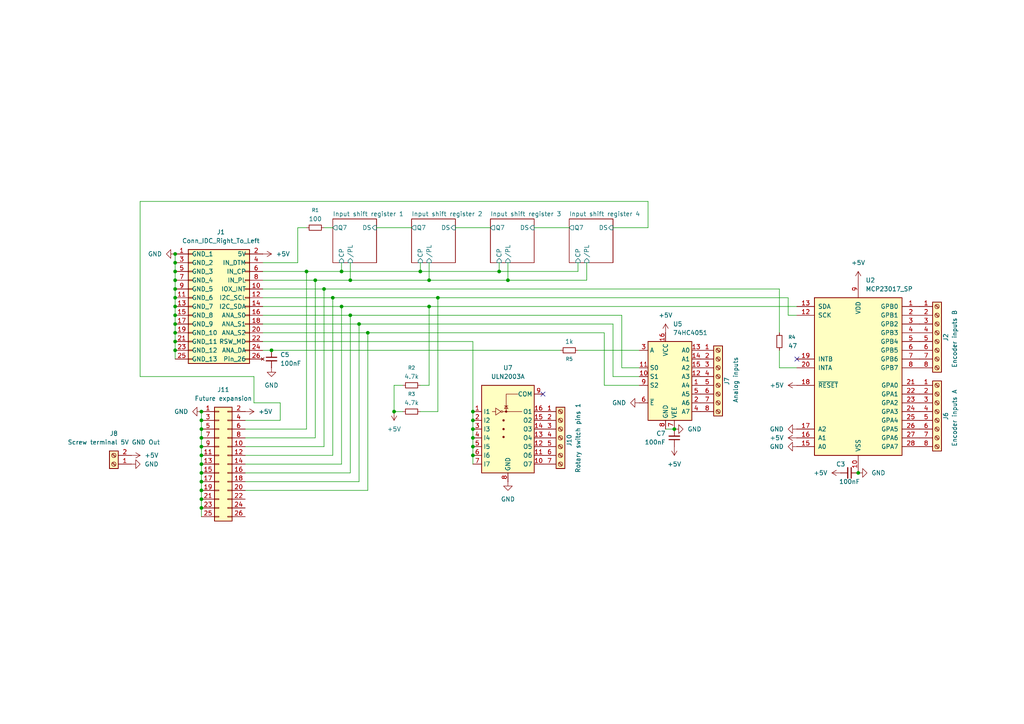
<source format=kicad_sch>
(kicad_sch (version 20250114) (generator "eeschema") (generator_version "9.0")
  (paper "A4")
  (lib_symbols
    (symbol "74xx:74HC4051"
      (property "Reference" "U" (at -5.08 11.43 0))
      (property "Value" "74HC4051" (at -7.62 -13.97 0))
      (symbol "74HC4051_0_1"
        (rectangle (start -5.08 10.16) (end 7.62 -12.7) (stroke (width 0.254)) (fill (type background)))
      )
      (symbol "74HC4051_1_1"
        (pin passive line (at -7.62 7.62 0) (length 2.54) (name "A") (number "3"))
        (pin input line (at -7.62 2.54 0) (length 2.54) (name "S0") (number "11"))
        (pin input line (at -7.62 0 0) (length 2.54) (name "S1") (number "10"))
        (pin input line (at -7.62 -2.54 0) (length 2.54) (name "S2") (number "9"))
        (pin input line (at -7.62 -7.62 0) (length 2.54) (name "~{E}") (number "6"))
        (pin power_in line (at 0 12.7 270) (length 2.54) (name "VCC") (number "16"))
        (pin power_in line (at 0 -15.24 90) (length 2.54) (name "GND") (number "8"))
        (pin power_in line (at 2.54 -15.24 90) (length 2.54) (name "VEE") (number "7"))
        (pin passive line (at 10.16 7.62 180) (length 2.54) (name "A0") (number "13"))
        (pin passive line (at 10.16 5.08 180) (length 2.54) (name "A1") (number "14"))
        (pin passive line (at 10.16 2.54 180) (length 2.54) (name "A2") (number "15"))
        (pin passive line (at 10.16 0 180) (length 2.54) (name "A3") (number "12"))
        (pin passive line (at 10.16 -2.54 180) (length 2.54) (name "A4") (number "1"))
        (pin passive line (at 10.16 -5.08 180) (length 2.54) (name "A5") (number "5"))
        (pin passive line (at 10.16 -7.62 180) (length 2.54) (name "A6") (number "2"))
        (pin passive line (at 10.16 -10.16 180) (length 2.54) (name "A7") (number "4"))
      )
    )
    (symbol "Connector:Screw_Terminal_01x02" (pin_names (offset 1.016) (hide yes))
      (property "Reference" "J" (at 0 2.54 0))
      (property "Value" "Screw_Terminal_01x02" (at 0 -5.08 0))
      (symbol "Screw_Terminal_01x02_1_1"
        (rectangle (start -1.27 1.27) (end 1.27 -3.81) (stroke (width 0.254)) (fill (type background)))
        (polyline (pts (xy -0.5334 0.3302) (xy 0.3302 -0.508)) (stroke (width 0.1524)))
        (polyline (pts (xy -0.5334 -2.2098) (xy 0.3302 -3.048)) (stroke (width 0.1524)))
        (polyline (pts (xy -0.3556 0.508) (xy 0.508 -0.3302)) (stroke (width 0.1524)))
        (polyline (pts (xy -0.3556 -2.032) (xy 0.508 -2.8702)) (stroke (width 0.1524)))
        (circle (center 0 0) (radius 0.635) (stroke (width 0.1524)))
        (circle (center 0 -2.54) (radius 0.635) (stroke (width 0.1524)))
        (pin passive line (at -5.08 0 0) (length 3.81) (name "Pin_1") (number "1"))
        (pin passive line (at -5.08 -2.54 0) (length 3.81) (name "Pin_2") (number "2"))
      )
    )
    (symbol "Connector:Screw_Terminal_01x07" (pin_names (offset 1.016) (hide yes))
      (property "Reference" "J" (at 0 10.16 0))
      (property "Value" "Screw_Terminal_01x07" (at 0 -10.16 0))
      (symbol "Screw_Terminal_01x07_1_1"
        (rectangle (start -1.27 8.89) (end 1.27 -8.89) (stroke (width 0.254)) (fill (type background)))
        (polyline (pts (xy -0.5334 7.9502) (xy 0.3302 7.112)) (stroke (width 0.1524)))
        (polyline (pts (xy -0.5334 5.4102) (xy 0.3302 4.572)) (stroke (width 0.1524)))
        (polyline (pts (xy -0.5334 2.8702) (xy 0.3302 2.032)) (stroke (width 0.1524)))
        (polyline (pts (xy -0.5334 0.3302) (xy 0.3302 -0.508)) (stroke (width 0.1524)))
        (polyline (pts (xy -0.5334 -2.2098) (xy 0.3302 -3.048)) (stroke (width 0.1524)))
        (polyline (pts (xy -0.5334 -4.7498) (xy 0.3302 -5.588)) (stroke (width 0.1524)))
        (polyline (pts (xy -0.5334 -7.2898) (xy 0.3302 -8.128)) (stroke (width 0.1524)))
        (polyline (pts (xy -0.3556 8.128) (xy 0.508 7.2898)) (stroke (width 0.1524)))
        (polyline (pts (xy -0.3556 5.588) (xy 0.508 4.7498)) (stroke (width 0.1524)))
        (polyline (pts (xy -0.3556 3.048) (xy 0.508 2.2098)) (stroke (width 0.1524)))
        (polyline (pts (xy -0.3556 0.508) (xy 0.508 -0.3302)) (stroke (width 0.1524)))
        (polyline (pts (xy -0.3556 -2.032) (xy 0.508 -2.8702)) (stroke (width 0.1524)))
        (polyline (pts (xy -0.3556 -4.572) (xy 0.508 -5.4102)) (stroke (width 0.1524)))
        (polyline (pts (xy -0.3556 -7.112) (xy 0.508 -7.9502)) (stroke (width 0.1524)))
        (circle (center 0 7.62) (radius 0.635) (stroke (width 0.1524)))
        (circle (center 0 5.08) (radius 0.635) (stroke (width 0.1524)))
        (circle (center 0 2.54) (radius 0.635) (stroke (width 0.1524)))
        (circle (center 0 0) (radius 0.635) (stroke (width 0.1524)))
        (circle (center 0 -2.54) (radius 0.635) (stroke (width 0.1524)))
        (circle (center 0 -5.08) (radius 0.635) (stroke (width 0.1524)))
        (circle (center 0 -7.62) (radius 0.635) (stroke (width 0.1524)))
        (pin passive line (at -5.08 7.62 0) (length 3.81) (name "Pin_1") (number "1"))
        (pin passive line (at -5.08 5.08 0) (length 3.81) (name "Pin_2") (number "2"))
        (pin passive line (at -5.08 2.54 0) (length 3.81) (name "Pin_3") (number "3"))
        (pin passive line (at -5.08 0 0) (length 3.81) (name "Pin_4") (number "4"))
        (pin passive line (at -5.08 -2.54 0) (length 3.81) (name "Pin_5") (number "5"))
        (pin passive line (at -5.08 -5.08 0) (length 3.81) (name "Pin_6") (number "6"))
        (pin passive line (at -5.08 -7.62 0) (length 3.81) (name "Pin_7") (number "7"))
      )
    )
    (symbol "Connector:Screw_Terminal_01x08" (pin_names (offset 1.016) (hide yes))
      (property "Reference" "J" (at 0 10.16 0))
      (property "Value" "Screw_Terminal_01x08" (at 0 -12.7 0))
      (symbol "Screw_Terminal_01x08_1_1"
        (rectangle (start -1.27 8.89) (end 1.27 -11.43) (stroke (width 0.254)) (fill (type background)))
        (polyline (pts (xy -0.5334 7.9502) (xy 0.3302 7.112)) (stroke (width 0.1524)))
        (polyline (pts (xy -0.5334 5.4102) (xy 0.3302 4.572)) (stroke (width 0.1524)))
        (polyline (pts (xy -0.5334 2.8702) (xy 0.3302 2.032)) (stroke (width 0.1524)))
        (polyline (pts (xy -0.5334 0.3302) (xy 0.3302 -0.508)) (stroke (width 0.1524)))
        (polyline (pts (xy -0.5334 -2.2098) (xy 0.3302 -3.048)) (stroke (width 0.1524)))
        (polyline (pts (xy -0.5334 -4.7498) (xy 0.3302 -5.588)) (stroke (width 0.1524)))
        (polyline (pts (xy -0.5334 -7.2898) (xy 0.3302 -8.128)) (stroke (width 0.1524)))
        (polyline (pts (xy -0.5334 -9.8298) (xy 0.3302 -10.668)) (stroke (width 0.1524)))
        (polyline (pts (xy -0.3556 8.128) (xy 0.508 7.2898)) (stroke (width 0.1524)))
        (polyline (pts (xy -0.3556 5.588) (xy 0.508 4.7498)) (stroke (width 0.1524)))
        (polyline (pts (xy -0.3556 3.048) (xy 0.508 2.2098)) (stroke (width 0.1524)))
        (polyline (pts (xy -0.3556 0.508) (xy 0.508 -0.3302)) (stroke (width 0.1524)))
        (polyline (pts (xy -0.3556 -2.032) (xy 0.508 -2.8702)) (stroke (width 0.1524)))
        (polyline (pts (xy -0.3556 -4.572) (xy 0.508 -5.4102)) (stroke (width 0.1524)))
        (polyline (pts (xy -0.3556 -7.112) (xy 0.508 -7.9502)) (stroke (width 0.1524)))
        (polyline (pts (xy -0.3556 -9.652) (xy 0.508 -10.4902)) (stroke (width 0.1524)))
        (circle (center 0 7.62) (radius 0.635) (stroke (width 0.1524)))
        (circle (center 0 5.08) (radius 0.635) (stroke (width 0.1524)))
        (circle (center 0 2.54) (radius 0.635) (stroke (width 0.1524)))
        (circle (center 0 0) (radius 0.635) (stroke (width 0.1524)))
        (circle (center 0 -2.54) (radius 0.635) (stroke (width 0.1524)))
        (circle (center 0 -5.08) (radius 0.635) (stroke (width 0.1524)))
        (circle (center 0 -7.62) (radius 0.635) (stroke (width 0.1524)))
        (circle (center 0 -10.16) (radius 0.635) (stroke (width 0.1524)))
        (pin passive line (at -5.08 7.62 0) (length 3.81) (name "Pin_1") (number "1"))
        (pin passive line (at -5.08 5.08 0) (length 3.81) (name "Pin_2") (number "2"))
        (pin passive line (at -5.08 2.54 0) (length 3.81) (name "Pin_3") (number "3"))
        (pin passive line (at -5.08 0 0) (length 3.81) (name "Pin_4") (number "4"))
        (pin passive line (at -5.08 -2.54 0) (length 3.81) (name "Pin_5") (number "5"))
        (pin passive line (at -5.08 -5.08 0) (length 3.81) (name "Pin_6") (number "6"))
        (pin passive line (at -5.08 -7.62 0) (length 3.81) (name "Pin_7") (number "7"))
        (pin passive line (at -5.08 -10.16 0) (length 3.81) (name "Pin_8") (number "8"))
      )
    )
    (symbol "Connector_Generic:Conn_02x13_Odd_Even" (pin_names (offset 1.016) (hide yes))
      (property "Reference" "J" (at 1.27 17.78 0))
      (property "Value" "Conn_02x13_Odd_Even" (at 1.27 -17.78 0))
      (symbol "Conn_02x13_Odd_Even_1_1"
        (rectangle (start -1.27 16.51) (end 3.81 -16.51) (stroke (width 0.254)) (fill (type background)))
        (rectangle (start -1.27 15.367) (end 0 15.113) (stroke (width 0.1524)))
        (rectangle (start -1.27 12.827) (end 0 12.573) (stroke (width 0.1524)))
        (rectangle (start -1.27 10.287) (end 0 10.033) (stroke (width 0.1524)))
        (rectangle (start -1.27 7.747) (end 0 7.493) (stroke (width 0.1524)))
        (rectangle (start -1.27 5.207) (end 0 4.953) (stroke (width 0.1524)))
        (rectangle (start -1.27 2.667) (end 0 2.413) (stroke (width 0.1524)))
        (rectangle (start -1.27 0.127) (end 0 -0.127) (stroke (width 0.1524)))
        (rectangle (start -1.27 -2.413) (end 0 -2.667) (stroke (width 0.1524)))
        (rectangle (start -1.27 -4.953) (end 0 -5.207) (stroke (width 0.1524)))
        (rectangle (start -1.27 -7.493) (end 0 -7.747) (stroke (width 0.1524)))
        (rectangle (start -1.27 -10.033) (end 0 -10.287) (stroke (width 0.1524)))
        (rectangle (start -1.27 -12.573) (end 0 -12.827) (stroke (width 0.1524)))
        (rectangle (start -1.27 -15.113) (end 0 -15.367) (stroke (width 0.1524)))
        (rectangle (start 3.81 15.367) (end 2.54 15.113) (stroke (width 0.1524)))
        (rectangle (start 3.81 12.827) (end 2.54 12.573) (stroke (width 0.1524)))
        (rectangle (start 3.81 10.287) (end 2.54 10.033) (stroke (width 0.1524)))
        (rectangle (start 3.81 7.747) (end 2.54 7.493) (stroke (width 0.1524)))
        (rectangle (start 3.81 5.207) (end 2.54 4.953) (stroke (width 0.1524)))
        (rectangle (start 3.81 2.667) (end 2.54 2.413) (stroke (width 0.1524)))
        (rectangle (start 3.81 0.127) (end 2.54 -0.127) (stroke (width 0.1524)))
        (rectangle (start 3.81 -2.413) (end 2.54 -2.667) (stroke (width 0.1524)))
        (rectangle (start 3.81 -4.953) (end 2.54 -5.207) (stroke (width 0.1524)))
        (rectangle (start 3.81 -7.493) (end 2.54 -7.747) (stroke (width 0.1524)))
        (rectangle (start 3.81 -10.033) (end 2.54 -10.287) (stroke (width 0.1524)))
        (rectangle (start 3.81 -12.573) (end 2.54 -12.827) (stroke (width 0.1524)))
        (rectangle (start 3.81 -15.113) (end 2.54 -15.367) (stroke (width 0.1524)))
        (pin passive line (at -5.08 15.24 0) (length 3.81) (name "Pin_1") (number "1"))
        (pin passive line (at -5.08 12.7 0) (length 3.81) (name "Pin_3") (number "3"))
        (pin passive line (at -5.08 10.16 0) (length 3.81) (name "Pin_5") (number "5"))
        (pin passive line (at -5.08 7.62 0) (length 3.81) (name "Pin_7") (number "7"))
        (pin passive line (at -5.08 5.08 0) (length 3.81) (name "Pin_9") (number "9"))
        (pin passive line (at -5.08 2.54 0) (length 3.81) (name "Pin_11") (number "11"))
        (pin passive line (at -5.08 0 0) (length 3.81) (name "Pin_13") (number "13"))
        (pin passive line (at -5.08 -2.54 0) (length 3.81) (name "Pin_15") (number "15"))
        (pin passive line (at -5.08 -5.08 0) (length 3.81) (name "Pin_17") (number "17"))
        (pin passive line (at -5.08 -7.62 0) (length 3.81) (name "Pin_19") (number "19"))
        (pin passive line (at -5.08 -10.16 0) (length 3.81) (name "Pin_21") (number "21"))
        (pin passive line (at -5.08 -12.7 0) (length 3.81) (name "Pin_23") (number "23"))
        (pin passive line (at -5.08 -15.24 0) (length 3.81) (name "Pin_25") (number "25"))
        (pin passive line (at 7.62 15.24 180) (length 3.81) (name "Pin_2") (number "2"))
        (pin passive line (at 7.62 12.7 180) (length 3.81) (name "Pin_4") (number "4"))
        (pin passive line (at 7.62 10.16 180) (length 3.81) (name "Pin_6") (number "6"))
        (pin passive line (at 7.62 7.62 180) (length 3.81) (name "Pin_8") (number "8"))
        (pin passive line (at 7.62 5.08 180) (length 3.81) (name "Pin_10") (number "10"))
        (pin passive line (at 7.62 2.54 180) (length 3.81) (name "Pin_12") (number "12"))
        (pin passive line (at 7.62 0 180) (length 3.81) (name "Pin_14") (number "14"))
        (pin passive line (at 7.62 -2.54 180) (length 3.81) (name "Pin_16") (number "16"))
        (pin passive line (at 7.62 -5.08 180) (length 3.81) (name "Pin_18") (number "18"))
        (pin passive line (at 7.62 -7.62 180) (length 3.81) (name "Pin_20") (number "20"))
        (pin passive line (at 7.62 -10.16 180) (length 3.81) (name "Pin_22") (number "22"))
        (pin passive line (at 7.62 -12.7 180) (length 3.81) (name "Pin_24") (number "24"))
        (pin passive line (at 7.62 -15.24 180) (length 3.81) (name "Pin_26") (number "26"))
      )
    )
    (symbol "Device:C_Small" (pin_numbers (hide yes)) (pin_names (offset 0.254) (hide yes))
      (property "Reference" "C" (at 0.254 1.778 0))
      (property "Value" "C_Small" (at 0.254 -2.032 0))
      (symbol "C_Small_0_1"
        (polyline (pts (xy -1.524 0.508) (xy 1.524 0.508)) (stroke (width 0.3048)))
        (polyline (pts (xy -1.524 -0.508) (xy 1.524 -0.508)) (stroke (width 0.3302)))
      )
      (symbol "C_Small_1_1"
        (pin passive line (at 0 2.54 270) (length 2.032) (name "~") (number "1"))
        (pin passive line (at 0 -2.54 90) (length 2.032) (name "~") (number "2"))
      )
    )
    (symbol "Device:R_Small" (pin_numbers (hide yes)) (pin_names (offset 0.254) (hide yes))
      (property "Reference" "R" (at 0 0 90))
      (property "Value" "R_Small" (at 1.778 0 90))
      (symbol "R_Small_0_1"
        (rectangle (start -0.762 1.778) (end 0.762 -1.778) (stroke (width 0.2032)))
      )
      (symbol "R_Small_1_1"
        (pin passive line (at 0 2.54 270) (length 0.762) (name "~") (number "1"))
        (pin passive line (at 0 -2.54 90) (length 0.762) (name "~") (number "2"))
      )
    )
    (symbol "Interface_Expansion:MCP23017_SP" (pin_names (offset 1.016))
      (property "Reference" "U" (at -11.43 24.13 0))
      (property "Value" "MCP23017_SP" (at 0 0 0))
      (symbol "MCP23017_SP_0_1"
        (rectangle (start -12.7 22.86) (end 12.7 -22.86) (stroke (width 0.254)) (fill (type background)))
      )
      (symbol "MCP23017_SP_1_1"
        (pin bidirectional line (at -17.78 20.32 0) (length 5.08) (name "SDA") (number "13"))
        (pin input line (at -17.78 17.78 0) (length 5.08) (name "SCK") (number "12"))
        (pin tri_state line (at -17.78 5.08 0) (length 5.08) (name "INTB") (number "19"))
        (pin tri_state line (at -17.78 2.54 0) (length 5.08) (name "INTA") (number "20"))
        (pin input line (at -17.78 -2.54 0) (length 5.08) (name "~{RESET}") (number "18"))
        (pin input line (at -17.78 -15.24 0) (length 5.08) (name "A2") (number "17"))
        (pin input line (at -17.78 -17.78 0) (length 5.08) (name "A1") (number "16"))
        (pin input line (at -17.78 -20.32 0) (length 5.08) (name "A0") (number "15"))
        (pin no_connect line (at -12.7 15.24 0) (length 5.08) (hide yes) (name "NC") (number "11"))
        (pin no_connect line (at -12.7 12.7 0) (length 5.08) (hide yes) (name "NC") (number "14"))
        (pin power_in line (at 0 27.94 270) (length 5.08) (name "VDD") (number "9"))
        (pin power_in line (at 0 -27.94 90) (length 5.08) (name "VSS") (number "10"))
        (pin bidirectional line (at 17.78 20.32 180) (length 5.08) (name "GPB0") (number "1"))
        (pin bidirectional line (at 17.78 17.78 180) (length 5.08) (name "GPB1") (number "2"))
        (pin bidirectional line (at 17.78 15.24 180) (length 5.08) (name "GPB2") (number "3"))
        (pin bidirectional line (at 17.78 12.7 180) (length 5.08) (name "GPB3") (number "4"))
        (pin bidirectional line (at 17.78 10.16 180) (length 5.08) (name "GPB4") (number "5"))
        (pin bidirectional line (at 17.78 7.62 180) (length 5.08) (name "GPB5") (number "6"))
        (pin bidirectional line (at 17.78 5.08 180) (length 5.08) (name "GPB6") (number "7"))
        (pin output line (at 17.78 2.54 180) (length 5.08) (name "GPB7") (number "8"))
        (pin bidirectional line (at 17.78 -2.54 180) (length 5.08) (name "GPA0") (number "21"))
        (pin bidirectional line (at 17.78 -5.08 180) (length 5.08) (name "GPA1") (number "22"))
        (pin bidirectional line (at 17.78 -7.62 180) (length 5.08) (name "GPA2") (number "23"))
        (pin bidirectional line (at 17.78 -10.16 180) (length 5.08) (name "GPA3") (number "24"))
        (pin bidirectional line (at 17.78 -12.7 180) (length 5.08) (name "GPA4") (number "25"))
        (pin bidirectional line (at 17.78 -15.24 180) (length 5.08) (name "GPA5") (number "26"))
        (pin bidirectional line (at 17.78 -17.78 180) (length 5.08) (name "GPA6") (number "27"))
        (pin output line (at 17.78 -20.32 180) (length 5.08) (name "GPA7") (number "28"))
      )
    )
    (symbol "System_Connectors:Conn_IDC_Right_To_Left" (pin_names (offset 1.016))
      (property "Reference" "J" (at -5.08 17.78 0))
      (property "Value" "Conn_IDC_Right_To_Left" (at 1.27 -17.78 0))
      (symbol "Conn_IDC_Right_To_Left_1_0"
        (pin passive line (at 12.7 -12.7 180) (length 2.54) (name "") (number ""))
      )
      (symbol "Conn_IDC_Right_To_Left_1_1"
        (rectangle (start -8.89 16.51) (end 8.89 -16.51) (stroke (width 0.254)) (fill (type background)))
        (rectangle (start -8.89 15.367) (end -7.62 15.113) (stroke (width 0.1524)))
        (rectangle (start -8.89 12.827) (end -7.62 12.573) (stroke (width 0.1524)))
        (rectangle (start -8.89 10.287) (end -7.62 10.033) (stroke (width 0.1524)))
        (rectangle (start -8.89 7.747) (end -7.62 7.493) (stroke (width 0.1524)))
        (rectangle (start -8.89 5.207) (end -7.62 4.953) (stroke (width 0.1524)))
        (rectangle (start -8.89 2.667) (end -7.62 2.413) (stroke (width 0.1524)))
        (rectangle (start -8.89 0.127) (end -7.62 -0.127) (stroke (width 0.1524)))
        (rectangle (start -8.89 -2.413) (end -7.62 -2.667) (stroke (width 0.1524)))
        (rectangle (start -8.89 -4.953) (end -7.62 -5.207) (stroke (width 0.1524)))
        (rectangle (start -8.89 -7.493) (end -7.62 -7.747) (stroke (width 0.1524)))
        (rectangle (start -8.89 -10.033) (end -7.62 -10.287) (stroke (width 0.1524)))
        (rectangle (start -8.89 -12.573) (end -7.62 -12.827) (stroke (width 0.1524)))
        (rectangle (start -8.89 -15.113) (end -7.62 -15.367) (stroke (width 0.1524)))
        (rectangle (start 8.89 15.367) (end 7.62 15.113) (stroke (width 0.1524)))
        (rectangle (start 8.89 12.827) (end 7.62 12.573) (stroke (width 0.1524)))
        (rectangle (start 8.89 10.287) (end 7.62 10.033) (stroke (width 0.1524)))
        (rectangle (start 8.89 7.747) (end 7.62 7.493) (stroke (width 0.1524)))
        (rectangle (start 8.89 5.207) (end 7.62 4.953) (stroke (width 0.1524)))
        (rectangle (start 8.89 2.667) (end 7.62 2.413) (stroke (width 0.1524)))
        (rectangle (start 8.89 0.127) (end 7.62 -0.127) (stroke (width 0.1524)))
        (rectangle (start 8.89 -2.413) (end 7.62 -2.667) (stroke (width 0.1524)))
        (rectangle (start 8.89 -4.953) (end 7.62 -5.207) (stroke (width 0.1524)))
        (rectangle (start 8.89 -7.493) (end 7.62 -7.747) (stroke (width 0.1524)))
        (rectangle (start 8.89 -10.033) (end 7.62 -10.287) (stroke (width 0.1524)))
        (rectangle (start 8.89 -12.573) (end 7.62 -12.827) (stroke (width 0.1524)))
        (rectangle (start 8.89 -15.113) (end 7.62 -15.367) (stroke (width 0.1524)))
        (pin passive line (at -12.7 15.24 0) (length 3.81) (name "GND_1") (number "1"))
        (pin passive line (at -12.7 12.7 0) (length 3.81) (name "GND_2") (number "3"))
        (pin passive line (at -12.7 10.16 0) (length 3.81) (name "GND_3") (number "5"))
        (pin passive line (at -12.7 7.62 0) (length 3.81) (name "GND_4") (number "7"))
        (pin passive line (at -12.7 5.08 0) (length 3.81) (name "GND_5") (number "9"))
        (pin passive line (at -12.7 2.54 0) (length 3.81) (name "GND_6") (number "11"))
        (pin passive line (at -12.7 0 0) (length 3.81) (name "GND_7") (number "13"))
        (pin passive line (at -12.7 -2.54 0) (length 3.81) (name "GND_8") (number "15"))
        (pin passive line (at -12.7 -5.08 0) (length 3.81) (name "GND_9") (number "17"))
        (pin passive line (at -12.7 -7.62 0) (length 3.81) (name "GND_10") (number "19"))
        (pin passive line (at -12.7 -10.16 0) (length 3.81) (name "GND_11") (number "21"))
        (pin passive line (at -12.7 -12.7 0) (length 3.81) (name "GND_12") (number "23"))
        (pin passive line (at -12.7 -15.24 0) (length 3.81) (name "GND_13") (number "25"))
        (pin passive line (at 12.7 15.24 180) (length 3.81) (name "5V") (number "2"))
        (pin passive line (at 12.7 12.7 180) (length 3.81) (name "IN_DTM") (number "4"))
        (pin passive line (at 12.7 10.16 180) (length 3.81) (name "IN_CP") (number "6"))
        (pin passive line (at 12.7 7.62 180) (length 3.81) (name "IN_PL") (number "8"))
        (pin passive line (at 12.7 5.08 180) (length 3.81) (name "IOX_INT") (number "10"))
        (pin passive line (at 12.7 2.54 180) (length 3.81) (name "I2C_SCL") (number "12"))
        (pin passive line (at 12.7 0 180) (length 3.81) (name "I2C_SDA") (number "14"))
        (pin passive line (at 12.7 -2.54 180) (length 3.81) (name "ANA_S0") (number "16"))
        (pin passive line (at 12.7 -5.08 180) (length 3.81) (name "ANA_S1") (number "18"))
        (pin passive line (at 12.7 -7.62 180) (length 3.81) (name "ANA_S2") (number "20"))
        (pin passive line (at 12.7 -10.16 180) (length 3.81) (name "RSW_MD") (number "22"))
        (pin passive line (at 12.7 -12.7 180) (length 3.81) (name "ANA_DA") (number "24"))
        (pin no_connect line (at 12.7 -15.24 180) (length 3.81) (name "Pin_26") (number "26"))
      )
    )
    (symbol "Transistor_Array:ULN2003A"
      (property "Reference" "U" (at 0 15.875 0))
      (property "Value" "ULN2003A" (at 0 13.97 0))
      (symbol "ULN2003A_0_1"
        (rectangle (start -7.62 -12.7) (end 7.62 12.7) (stroke (width 0.254)) (fill (type background)))
        (polyline (pts (xy -4.572 5.08) (xy -3.556 5.08)))
        (polyline (pts (xy -3.556 6.096) (xy -3.556 4.064) (xy -2.032 5.08) (xy -3.556 6.096)))
        (circle (center -1.778 5.08) (radius 0.254))
        (polyline (pts (xy -1.524 5.08) (xy 4.064 5.08)))
        (circle (center -1.27 2.54) (radius 0.254) (fill (type outline)))
        (circle (center -1.27 0) (radius 0.254) (fill (type outline)))
        (circle (center -1.27 -2.286) (radius 0.254) (fill (type outline)))
        (circle (center -0.508 5.08) (radius 0.254) (fill (type outline)))
        (polyline (pts (xy -0.508 5.08) (xy -0.508 10.16) (xy 2.921 10.16)))
        (polyline (pts (xy 0 6.731) (xy -1.016 6.731)))
        (polyline (pts (xy 0 5.969) (xy -1.016 5.969) (xy -0.508 6.731) (xy 0 5.969)))
      )
      (symbol "ULN2003A_1_1"
        (pin input line (at -10.16 5.08 0) (length 2.54) (name "I1") (number "1"))
        (pin input line (at -10.16 2.54 0) (length 2.54) (name "I2") (number "2"))
        (pin input line (at -10.16 0 0) (length 2.54) (name "I3") (number "3"))
        (pin input line (at -10.16 -2.54 0) (length 2.54) (name "I4") (number "4"))
        (pin input line (at -10.16 -5.08 0) (length 2.54) (name "I5") (number "5"))
        (pin input line (at -10.16 -7.62 0) (length 2.54) (name "I6") (number "6"))
        (pin input line (at -10.16 -10.16 0) (length 2.54) (name "I7") (number "7"))
        (pin power_in line (at 0 -15.24 90) (length 2.54) (name "GND") (number "8"))
        (pin passive line (at 10.16 10.16 180) (length 2.54) (name "COM") (number "9"))
        (pin open_collector line (at 10.16 5.08 180) (length 2.54) (name "O1") (number "16"))
        (pin open_collector line (at 10.16 2.54 180) (length 2.54) (name "O2") (number "15"))
        (pin open_collector line (at 10.16 0 180) (length 2.54) (name "O3") (number "14"))
        (pin open_collector line (at 10.16 -2.54 180) (length 2.54) (name "O4") (number "13"))
        (pin open_collector line (at 10.16 -5.08 180) (length 2.54) (name "O5") (number "12"))
        (pin open_collector line (at 10.16 -7.62 180) (length 2.54) (name "O6") (number "11"))
        (pin open_collector line (at 10.16 -10.16 180) (length 2.54) (name "O7") (number "10"))
      )
    )
    (symbol "power:+5V" (power) (pin_numbers (hide yes)) (pin_names (offset 0) (hide yes))
      (property "Value" "+5V" (at 0 3.556 0))
      (symbol "+5V_0_1"
        (polyline (pts (xy -0.762 1.27) (xy 0 2.54)))
        (polyline (pts (xy 0 2.54) (xy 0.762 1.27)))
        (polyline (pts (xy 0 0) (xy 0 2.54)))
      )
      (symbol "+5V_1_1"
        (pin power_in line (at 0 0 90) (length 0) (name "~") (number "1"))
      )
    )
    (symbol "power:GND" (power) (pin_numbers (hide yes)) (pin_names (offset 0) (hide yes))
      (property "Value" "GND" (at 0 -3.81 0))
      (symbol "GND_0_1"
        (polyline (pts (xy 0 0) (xy 0 -1.27) (xy 1.27 -1.27) (xy 0 -2.54) (xy -1.27 -1.27) (xy 0 -1.27)))
      )
      (symbol "GND_1_1"
        (pin power_in line (at 0 0 270) (length 0) (name "~") (number "1"))
      )
    )
  )
  (junction (at 58.42 137.16))
  (junction (at 101.6 81.28))
  (junction (at 58.42 144.78))
  (junction (at 147.32 81.28))
  (junction (at 127 86.36))
  (junction (at 50.8 76.2))
  (junction (at 50.8 86.36))
  (junction (at 101.6 91.44))
  (junction (at 88.9 78.74))
  (junction (at 58.42 124.46))
  (junction (at 99.06 88.9))
  (junction (at 58.42 147.32))
  (junction (at 50.8 91.44))
  (junction (at 58.42 127))
  (junction (at 50.8 88.9))
  (junction (at 78.74 101.6))
  (junction (at 137.16 129.54))
  (junction (at 50.8 93.98))
  (junction (at 50.8 83.82))
  (junction (at 114.3 119.38))
  (junction (at 58.42 132.08))
  (junction (at 124.46 81.28))
  (junction (at 195.58 124.46))
  (junction (at 50.8 101.6))
  (junction (at 50.8 99.06))
  (junction (at 106.68 96.52))
  (junction (at 137.16 121.92))
  (junction (at 50.8 73.66))
  (junction (at 58.42 119.38))
  (junction (at 91.44 81.28))
  (junction (at 121.92 78.74))
  (junction (at 96.52 86.36))
  (junction (at 144.78 78.74))
  (junction (at 58.42 134.62))
  (junction (at 93.98 83.82))
  (junction (at 58.42 121.92))
  (junction (at 50.8 78.74))
  (junction (at 50.8 81.28))
  (junction (at 137.16 124.46))
  (junction (at 137.16 132.08))
  (junction (at 50.8 96.52))
  (junction (at 248.92 137.16))
  (junction (at 137.16 127))
  (junction (at 58.42 139.7))
  (junction (at 137.16 119.38))
  (junction (at 104.14 93.98))
  (junction (at 58.42 142.24))
  (junction (at 124.46 88.9))
  (junction (at 58.42 129.54))
  (junction (at 99.06 78.74))
  (no_connect (at 231.14 104.14))
  (no_connect (at 157.48 114.3))
  (wire (pts (xy 93.98 66.04) (xy 96.52 66.04)))
  (wire (pts (xy 73.66 109.22) (xy 73.66 116.84)))
  (wire (pts (xy 116.84 119.38) (xy 114.3 119.38)))
  (wire (pts (xy 137.16 99.06) (xy 137.16 119.38)))
  (wire (pts (xy 228.6 91.44) (xy 228.6 86.36)))
  (wire (pts (xy 88.9 124.46) (xy 71.12 124.46)))
  (wire (pts (xy 50.8 86.36) (xy 50.8 88.9)))
  (wire (pts (xy 96.52 86.36) (xy 96.52 132.08)))
  (wire (pts (xy 104.14 139.7) (xy 104.14 93.98)))
  (wire (pts (xy 50.8 78.74) (xy 50.8 81.28)))
  (wire (pts (xy 137.16 119.38) (xy 137.16 121.92)))
  (wire (pts (xy 170.18 76.2) (xy 170.18 81.28)))
  (wire (pts (xy 50.8 76.2) (xy 50.8 78.74)))
  (wire (pts (xy 76.2 96.52) (xy 106.68 96.52)))
  (wire (pts (xy 91.44 81.28) (xy 101.6 81.28)))
  (wire (pts (xy 93.98 83.82) (xy 226.06 83.82)))
  (wire (pts (xy 88.9 78.74) (xy 88.9 124.46)))
  (wire (pts (xy 58.42 142.24) (xy 58.42 144.78)))
  (wire (pts (xy 58.42 124.46) (xy 58.42 127)))
  (wire (pts (xy 121.92 78.74) (xy 144.78 78.74)))
  (wire (pts (xy 124.46 81.28) (xy 147.32 81.28)))
  (wire (pts (xy 76.2 83.82) (xy 93.98 83.82)))
  (wire (pts (xy 99.06 78.74) (xy 99.06 76.2)))
  (wire (pts (xy 231.14 91.44) (xy 228.6 91.44)))
  (wire (pts (xy 76.2 86.36) (xy 96.52 86.36)))
  (wire (pts (xy 50.8 88.9) (xy 50.8 91.44)))
  (wire (pts (xy 50.8 73.66) (xy 50.8 76.2)))
  (wire (pts (xy 99.06 88.9) (xy 124.46 88.9)))
  (wire (pts (xy 58.42 121.92) (xy 58.42 124.46)))
  (wire (pts (xy 106.68 96.52) (xy 106.68 142.24)))
  (wire (pts (xy 50.8 93.98) (xy 50.8 96.52)))
  (wire (pts (xy 187.96 66.04) (xy 187.96 58.42)))
  (wire (pts (xy 40.64 58.42) (xy 187.96 58.42)))
  (wire (pts (xy 101.6 91.44) (xy 180.34 91.44)))
  (wire (pts (xy 226.06 83.82) (xy 226.06 96.52)))
  (wire (pts (xy 121.92 111.76) (xy 124.46 111.76)))
  (wire (pts (xy 58.42 127) (xy 58.42 129.54)))
  (wire (pts (xy 78.74 101.6) (xy 162.56 101.6)))
  (wire (pts (xy 50.8 81.28) (xy 50.8 83.82)))
  (wire (pts (xy 137.16 124.46) (xy 137.16 127)))
  (wire (pts (xy 50.8 96.52) (xy 50.8 99.06)))
  (wire (pts (xy 71.12 127) (xy 91.44 127)))
  (wire (pts (xy 144.78 78.74) (xy 167.64 78.74)))
  (wire (pts (xy 58.42 147.32) (xy 58.42 149.86)))
  (wire (pts (xy 180.34 91.44) (xy 180.34 106.68)))
  (wire (pts (xy 175.26 96.52) (xy 175.26 111.76)))
  (wire (pts (xy 175.26 111.76) (xy 185.42 111.76)))
  (wire (pts (xy 177.8 93.98) (xy 177.8 109.22)))
  (wire (pts (xy 81.28 116.84) (xy 81.28 121.92)))
  (wire (pts (xy 127 86.36) (xy 228.6 86.36)))
  (wire (pts (xy 101.6 81.28) (xy 101.6 76.2)))
  (wire (pts (xy 40.64 58.42) (xy 40.64 109.22)))
  (wire (pts (xy 114.3 119.38) (xy 114.3 111.76)))
  (wire (pts (xy 50.8 83.82) (xy 50.8 86.36)))
  (wire (pts (xy 76.2 101.6) (xy 78.74 101.6)))
  (wire (pts (xy 137.16 127) (xy 137.16 129.54)))
  (wire (pts (xy 147.32 81.28) (xy 170.18 81.28)))
  (wire (pts (xy 109.22 66.04) (xy 119.38 66.04)))
  (wire (pts (xy 127 119.38) (xy 127 86.36)))
  (wire (pts (xy 124.46 88.9) (xy 231.14 88.9)))
  (wire (pts (xy 76.2 78.74) (xy 88.9 78.74)))
  (wire (pts (xy 226.06 106.68) (xy 231.14 106.68)))
  (wire (pts (xy 93.98 83.82) (xy 93.98 129.54)))
  (wire (pts (xy 167.64 101.6) (xy 185.42 101.6)))
  (wire (pts (xy 147.32 76.2) (xy 147.32 81.28)))
  (wire (pts (xy 101.6 137.16) (xy 71.12 137.16)))
  (wire (pts (xy 76.2 76.2) (xy 86.36 76.2)))
  (wire (pts (xy 177.8 66.04) (xy 187.96 66.04)))
  (wire (pts (xy 154.94 66.04) (xy 165.1 66.04)))
  (wire (pts (xy 71.12 129.54) (xy 93.98 129.54)))
  (wire (pts (xy 40.64 109.22) (xy 73.66 109.22)))
  (wire (pts (xy 71.12 139.7) (xy 104.14 139.7)))
  (wire (pts (xy 81.28 121.92) (xy 71.12 121.92)))
  (wire (pts (xy 71.12 134.62) (xy 99.06 134.62)))
  (wire (pts (xy 106.68 96.52) (xy 175.26 96.52)))
  (wire (pts (xy 121.92 76.2) (xy 121.92 78.74)))
  (wire (pts (xy 58.42 121.92) (xy 58.42 119.38)))
  (wire (pts (xy 50.8 91.44) (xy 50.8 93.98)))
  (wire (pts (xy 86.36 76.2) (xy 86.36 66.04)))
  (wire (pts (xy 101.6 91.44) (xy 101.6 137.16)))
  (wire (pts (xy 180.34 106.68) (xy 185.42 106.68)))
  (wire (pts (xy 121.92 119.38) (xy 127 119.38)))
  (wire (pts (xy 137.16 129.54) (xy 137.16 132.08)))
  (wire (pts (xy 81.28 116.84) (xy 73.66 116.84)))
  (wire (pts (xy 101.6 81.28) (xy 124.46 81.28)))
  (wire (pts (xy 132.08 66.04) (xy 142.24 66.04)))
  (wire (pts (xy 76.2 99.06) (xy 137.16 99.06)))
  (wire (pts (xy 106.68 142.24) (xy 71.12 142.24)))
  (wire (pts (xy 58.42 139.7) (xy 58.42 142.24)))
  (wire (pts (xy 137.16 121.92) (xy 137.16 124.46)))
  (wire (pts (xy 91.44 81.28) (xy 91.44 127)))
  (wire (pts (xy 88.9 78.74) (xy 99.06 78.74)))
  (wire (pts (xy 96.52 86.36) (xy 127 86.36)))
  (wire (pts (xy 137.16 132.08) (xy 137.16 134.62)))
  (wire (pts (xy 99.06 134.62) (xy 99.06 88.9)))
  (wire (pts (xy 96.52 132.08) (xy 71.12 132.08)))
  (wire (pts (xy 104.14 93.98) (xy 177.8 93.98)))
  (wire (pts (xy 58.42 134.62) (xy 58.42 137.16)))
  (wire (pts (xy 76.2 81.28) (xy 91.44 81.28)))
  (wire (pts (xy 58.42 132.08) (xy 58.42 134.62)))
  (wire (pts (xy 58.42 144.78) (xy 58.42 147.32)))
  (wire (pts (xy 226.06 101.6) (xy 226.06 106.68)))
  (wire (pts (xy 195.58 124.46) (xy 193.04 124.46)))
  (wire (pts (xy 50.8 99.06) (xy 50.8 101.6)))
  (wire (pts (xy 58.42 129.54) (xy 58.42 132.08)))
  (wire (pts (xy 76.2 88.9) (xy 99.06 88.9)))
  (wire (pts (xy 50.8 101.6) (xy 50.8 104.14)))
  (wire (pts (xy 76.2 93.98) (xy 104.14 93.98)))
  (wire (pts (xy 76.2 91.44) (xy 101.6 91.44)))
  (wire (pts (xy 124.46 88.9) (xy 124.46 111.76)))
  (wire (pts (xy 114.3 111.76) (xy 116.84 111.76)))
  (wire (pts (xy 99.06 78.74) (xy 121.92 78.74)))
  (wire (pts (xy 86.36 66.04) (xy 88.9 66.04)))
  (wire (pts (xy 167.64 76.2) (xy 167.64 78.74)))
  (wire (pts (xy 58.42 137.16) (xy 58.42 139.7)))
  (wire (pts (xy 124.46 76.2) (xy 124.46 81.28)))
  (wire (pts (xy 177.8 109.22) (xy 185.42 109.22)))
  (wire (pts (xy 144.78 76.2) (xy 144.78 78.74)))
  (symbol (lib_id "power:GND") (at 38.1 134.62 90) (unit 1)
    (property "Reference" "#PWR030" (effects (hide yes)))
    (property "Value" "GND" (at 41.91 134.6199 90) (effects (justify right)))
    (property "Description" "Power symbol creates a global label with name \"GND\" , ground" (effects (hide yes)))
  )
  (symbol (lib_id "power:+5V") (at 243.84 137.16 90) (unit 1)
    (property "Reference" "#PWR09" (effects (hide yes)))
    (property "Value" "+5V" (at 240.03 137.1599 90) (effects (justify left)))
    (property "Description" "Power symbol creates a global label with name \"+5V\"" (effects (hide yes)))
  )
  (symbol (lib_id "Device:C_Small") (at 195.58 127 0) (mirror x) (unit 1)
    (property "Reference" "C7" (at 193.04 125.7235 0) (effects (justify right)))
    (property "Value" "100nF" (at 193.04 128.2635 0) (effects (justify right)))
    (property "Description" "Unpolarized capacitor, small symbol" (effects (hide yes)))
  )
  (symbol (lib_id "Device:R_Small") (at 119.38 111.76 90) (unit 1)
    (property "Reference" "R2" (at 119.38 106.68 90) (effects (font (size 1.016 1.016))))
    (property "Value" "4.7k" (at 119.38 109.22 90))
    (property "Description" "Resistor, small symbol" (effects (hide yes)))
  )
  (symbol (lib_id "power:GND") (at 185.42 116.84 270) (unit 1)
    (property "Reference" "#PWR026" (effects (hide yes)))
    (property "Value" "GND" (at 181.61 116.8399 90) (effects (justify right)))
    (property "Description" "Power symbol creates a global label with name \"GND\" , ground" (effects (hide yes)))
  )
  (symbol (lib_id "power:GND") (at 78.74 106.68 0) (unit 1)
    (property "Reference" "#PWR032" (effects (hide yes)))
    (property "Value" "GND" (at 78.74 111.76 0))
    (property "Description" "Power symbol creates a global label with name \"GND\" , ground" (effects (hide yes)))
  )
  (symbol (lib_id "Device:C_Small") (at 78.74 104.14 0) (unit 1)
    (property "Reference" "C5" (at 81.28 102.8762 0) (effects (justify left)))
    (property "Value" "100nF" (at 81.28 105.4162 0) (effects (justify left)))
    (property "Description" "Unpolarized capacitor, small symbol" (effects (hide yes)))
  )
  (symbol (lib_id "power:GND") (at 147.32 139.7 0) (unit 1)
    (property "Reference" "#PWR037" (effects (hide yes)))
    (property "Value" "GND" (at 147.32 144.78 0))
    (property "Description" "Power symbol creates a global label with name \"GND\" , ground" (effects (hide yes)))
  )
  (symbol (lib_id "Connector:Screw_Terminal_01x08") (at 208.28 109.22 0) (unit 1)
    (property "Reference" "J7" (at 210.82 111.76 90) (effects (justify left)))
    (property "Value" "Analog inputs" (at 213.36 116.84 90) (effects (justify left)))
    (property "Description" "Generic screw terminal, single row, 01x08, script generated (kicad-library-utils/schlib/autogen/connector/)" (effects (hide yes)))
  )
  (symbol (lib_id "System_Connectors:Conn_IDC_Right_To_Left") (at 63.5 88.9 0) (unit 1)
    (property "Reference" "J1" (at 64.0715 67.31 0))
    (property "Value" "Conn_IDC_Right_To_Left" (at 64.0715 69.85 0))
    (property "Description" "Connector between Right and Left Main pcbs" (effects (hide yes)))
  )
  (symbol (lib_id "Device:C_Small") (at 246.38 137.16 270) (unit 1)
    (property "Reference" "C3" (at 243.84 134.62 90))
    (property "Value" "100nF" (at 246.38 139.7 90))
    (property "Description" "Unpolarized capacitor, small symbol" (effects (hide yes)))
  )
  (symbol (lib_id "Connector:Screw_Terminal_01x08") (at 271.78 119.38 0) (unit 1)
    (property "Reference" "J6" (at 274.32 121.92 90) (effects (justify left)))
    (property "Value" "Encoder inputs A" (at 276.86 129.54 90) (effects (justify left)))
    (property "Description" "Generic screw terminal, single row, 01x08, script generated (kicad-library-utils/schlib/autogen/connector/)" (effects (hide yes)))
  )
  (symbol (lib_id "power:+5V") (at 114.3 119.38 180) (unit 1)
    (property "Reference" "#PWR031" (effects (hide yes)))
    (property "Value" "+5V" (at 114.3 124.46 0))
    (property "Description" "Power symbol creates a global label with name \"+5V\"" (effects (hide yes)))
  )
  (symbol (lib_id "Device:R_Small") (at 91.44 66.04 90) (unit 1)
    (property "Reference" "R1" (at 91.44 60.96 90) (effects (font (size 1.016 1.016))))
    (property "Value" "100" (at 91.44 63.5 90))
    (property "Description" "Resistor, small symbol" (effects (hide yes)))
  )
  (symbol (lib_id "power:GND") (at 50.8 73.66 270) (unit 1)
    (property "Reference" "#PWR02" (effects (hide yes)))
    (property "Value" "GND" (at 46.99 73.6599 90) (effects (justify right)))
    (property "Description" "Power symbol creates a global label with name \"GND\" , ground" (effects (hide yes)))
  )
  (symbol (lib_id "power:GND") (at 195.58 124.46 90) (unit 1)
    (property "Reference" "#PWR034" (effects (hide yes)))
    (property "Value" "GND" (at 199.39 124.4599 90) (effects (justify right)))
    (property "Description" "Power symbol creates a global label with name \"GND\" , ground" (effects (hide yes)))
  )
  (symbol (lib_id "Interface_Expansion:MCP23017_SP") (at 248.92 109.22 0) (unit 1)
    (property "Reference" "U2" (at 251.0633 81.28 0) (effects (justify left)))
    (property "Value" "MCP23017_SP" (at 251.0633 83.82 0) (effects (justify left)))
    (property "Footprint" "Package_DIP:DIP-28_W7.62mm" (effects (hide yes)))
    (property "Datasheet" "https://ww1.microchip.com/downloads/aemDocuments/documents/APID/ProductDocuments/DataSheets/MCP23017-Data-Sheet-DS20001952.pdf" (effects (hide yes)))
    (property "Description" "16-bit I/O expander, I2C, interrupts, w pull-ups, SPDIP-28" (effects (hide yes)))
  )
  (symbol (lib_id "power:GND") (at 231.14 124.46 270) (unit 1)
    (property "Reference" "#PWR012" (effects (hide yes)))
    (property "Value" "GND" (at 227.33 124.4599 90) (effects (justify right)))
    (property "Description" "Power symbol creates a global label with name \"GND\" , ground" (effects (hide yes)))
  )
  (symbol (lib_id "power:+5V") (at 71.12 119.38 270) (unit 1)
    (property "Reference" "#PWR027" (effects (hide yes)))
    (property "Value" "+5V" (at 74.93 119.3799 90) (effects (justify left)))
    (property "Description" "Power symbol creates a global label with name \"+5V\"" (effects (hide yes)))
  )
  (symbol (lib_id "power:+5V") (at 193.04 96.52 0) (unit 1)
    (property "Reference" "#PWR025" (effects (hide yes)))
    (property "Value" "+5V" (at 193.04 91.44 0))
    (property "Description" "Power symbol creates a global label with name \"+5V\"" (effects (hide yes)))
  )
  (symbol (lib_id "Device:R_Small") (at 165.1 101.6 90) (unit 1)
    (property "Reference" "R5" (at 165.1 104.14 90) (effects (font (size 1.016 1.016))))
    (property "Value" "1k" (at 165.1 99.06 90))
    (property "Description" "Resistor, small symbol" (effects (hide yes)))
  )
  (symbol (lib_id "power:+5V") (at 195.58 129.54 180) (unit 1)
    (property "Reference" "#PWR035" (effects (hide yes)))
    (property "Value" "+5V" (at 195.58 134.62 0))
    (property "Description" "Power symbol creates a global label with name \"+5V\"" (effects (hide yes)))
  )
  (symbol (lib_id "Device:R_Small") (at 226.06 99.06 0) (unit 1)
    (property "Reference" "R4" (at 228.6 97.7899 0) (effects (font (size 1.016 1.016)) (justify left)))
    (property "Value" "47" (at 228.6 100.3299 0) (effects (justify left)))
    (property "Description" "Resistor, small symbol" (effects (hide yes)))
  )
  (symbol (lib_id "Connector:Screw_Terminal_01x07") (at 162.56 127 0) (unit 1)
    (property "Reference" "J10" (at 165.1 129.54 90) (effects (justify left)))
    (property "Value" "Rotary switch pins 1" (at 167.64 137.16 90) (effects (justify left)))
    (property "Description" "Generic screw terminal, single row, 01x07, script generated (kicad-library-utils/schlib/autogen/connector/)" (effects (hide yes)))
  )
  (symbol (lib_id "Device:R_Small") (at 119.38 119.38 90) (unit 1)
    (property "Reference" "R3" (at 119.38 114.3 90) (effects (font (size 1.016 1.016))))
    (property "Value" "4.7k" (at 119.38 116.84 90))
    (property "Description" "Resistor, small symbol" (effects (hide yes)))
  )
  (symbol (lib_id "Transistor_Array:ULN2003A") (at 147.32 124.46 0) (unit 1)
    (property "Reference" "U7" (at 147.32 106.68 0))
    (property "Value" "ULN2003A" (at 147.32 109.22 0))
    (property "Datasheet" "http://www.ti.com/lit/ds/symlink/uln2003a.pdf" (effects (hide yes)))
    (property "Description" "High Voltage, High Current Darlington Transistor Arrays, SOIC16/SOIC16W/DIP16/TSSOP16" (effects (hide yes)))
  )
  (symbol (lib_id "power:+5V") (at 231.14 127 90) (unit 1)
    (property "Reference" "#PWR023" (effects (hide yes)))
    (property "Value" "+5V" (at 227.33 126.9999 90) (effects (justify left)))
    (property "Description" "Power symbol creates a global label with name \"+5V\"" (effects (hide yes)))
  )
  (symbol (lib_id "Connector_Generic:Conn_02x13_Odd_Even") (at 63.5 134.62 0) (unit 1)
    (property "Reference" "J11" (at 64.77 113.03 0))
    (property "Value" "Future expansion" (at 64.77 115.57 0))
    (property "Description" "Generic connector, double row, 02x13, odd/even pin numbering scheme (row 1 odd numbers, row 2 even numbers), script generated (kicad-library-utils/schlib/autogen/connector/)" (effects (hide yes)))
  )
  (symbol (lib_id "power:+5V") (at 248.92 81.28 0) (unit 1)
    (property "Reference" "#PWR07" (effects (hide yes)))
    (property "Value" "+5V" (at 248.92 76.2 0))
    (property "Description" "Power symbol creates a global label with name \"+5V\"" (effects (hide yes)))
  )
  (symbol (lib_id "power:GND") (at 58.42 119.38 270) (unit 1)
    (property "Reference" "#PWR028" (effects (hide yes)))
    (property "Value" "GND" (at 54.61 119.3799 90) (effects (justify right)))
    (property "Description" "Power symbol creates a global label with name \"GND\" , ground" (effects (hide yes)))
  )
  (symbol (lib_id "Connector:Screw_Terminal_01x08") (at 271.78 96.52 0) (unit 1)
    (property "Reference" "J2" (at 274.32 99.06 90) (effects (justify left)))
    (property "Value" "Encoder inputs B" (at 276.86 106.68 90) (effects (justify left)))
    (property "Description" "Generic screw terminal, single row, 01x08, script generated (kicad-library-utils/schlib/autogen/connector/)" (effects (hide yes)))
  )
  (symbol (lib_id "Connector:Screw_Terminal_01x02") (at 33.02 134.62 180) (unit 1)
    (property "Reference" "J8" (at 33.02 125.73 0))
    (property "Value" "Screw terminal 5V GND Out" (at 33.02 128.27 0))
    (property "Description" "Generic screw terminal, single row, 01x02, script generated (kicad-library-utils/schlib/autogen/connector/)" (effects (hide yes)))
  )
  (symbol (lib_id "power:GND") (at 248.92 137.16 90) (unit 1)
    (property "Reference" "#PWR08" (effects (hide yes)))
    (property "Value" "GND" (at 252.73 137.1599 90) (effects (justify right)))
    (property "Description" "Power symbol creates a global label with name \"GND\" , ground" (effects (hide yes)))
  )
  (symbol (lib_id "74xx:74HC4051") (at 193.04 109.22 0) (unit 1)
    (property "Reference" "U5" (at 195.1833 93.98 0) (effects (justify left)))
    (property "Value" "74HC4051" (at 195.1833 96.52 0) (effects (justify left)))
    (property "Datasheet" "http://www.ti.com/lit/ds/symlink/cd74hc4051.pdf" (effects (hide yes)))
    (property "Description" "8-channel analog multiplexer/demultiplexer, DIP-16/SOIC-16/TSSOP-16" (effects (hide yes)))
  )
  (symbol (lib_id "power:GND") (at 231.14 129.54 270) (unit 1)
    (property "Reference" "#PWR011" (effects (hide yes)))
    (property "Value" "GND" (at 227.33 129.5399 90) (effects (justify right)))
    (property "Description" "Power symbol creates a global label with name \"GND\" , ground" (effects (hide yes)))
  )
  (symbol (lib_id "power:+5V") (at 76.2 73.66 270) (unit 1)
    (property "Reference" "#PWR01" (effects (hide yes)))
    (property "Value" "+5V" (at 80.01 73.6599 90) (effects (justify left)))
    (property "Description" "Power symbol creates a global label with name \"+5V\"" (effects (hide yes)))
  )
  (symbol (lib_id "power:+5V") (at 38.1 132.08 270) (unit 1)
    (property "Reference" "#PWR029" (effects (hide yes)))
    (property "Value" "+5V" (at 41.91 132.0799 90) (effects (justify left)))
    (property "Description" "Power symbol creates a global label with name \"+5V\"" (effects (hide yes)))
  )
  (symbol (lib_id "power:+5V") (at 231.14 111.76 90) (unit 1)
    (property "Reference" "#PWR024" (effects (hide yes)))
    (property "Value" "+5V" (at 227.33 111.7599 90) (effects (justify left)))
    (property "Description" "Power symbol creates a global label with name \"+5V\"" (effects (hide yes)))
  )
  (sheet (at 96.52 63.5) (size 12.7 12.7) (stroke (width 0.1524))
    (property "Sheetname" "Input shift register 1" (at 96.52 62.7884 0) (effects (justify left bottom)))
    (property "Sheetfile" "Input_Shift_Register.kicad_sch" (effects (hide yes)))
    (pin "CP" input (at 99.06 76.2 270))
    (pin "DS" input (at 109.22 66.04 0))
    (pin "Q7" output (at 96.52 66.04 180))
    (pin "{slash}PL" input (at 101.6 76.2 270))
  )
  (sheet (at 119.38 63.5) (size 12.7 12.7) (stroke (width 0.1524))
    (property "Sheetname" "Input shift register 2" (at 119.38 62.7884 0) (effects (justify left bottom)))
    (property "Sheetfile" "Input_Shift_Register.kicad_sch" (effects (hide yes)))
    (pin "CP" input (at 121.92 76.2 270))
    (pin "DS" input (at 132.08 66.04 0))
    (pin "Q7" output (at 119.38 66.04 180))
    (pin "{slash}PL" input (at 124.46 76.2 270))
  )
  (sheet (at 165.1 63.5) (size 12.7 12.7) (stroke (width 0.1524))
    (property "Sheetname" "Input shift register 4" (at 165.1 62.7884 0) (effects (justify left bottom)))
    (property "Sheetfile" "Input_Shift_Register.kicad_sch" (effects (hide yes)))
    (pin "CP" input (at 167.64 76.2 270))
    (pin "DS" input (at 177.8 66.04 0))
    (pin "Q7" output (at 165.1 66.04 180))
    (pin "{slash}PL" input (at 170.18 76.2 270))
  )
  (sheet (at 142.24 63.5) (size 12.7 12.7) (stroke (width 0.1524))
    (property "Sheetname" "Input shift register 3" (at 142.24 62.7884 0) (effects (justify left bottom)))
    (property "Sheetfile" "Input_Shift_Register.kicad_sch" (effects (hide yes)))
    (pin "CP" input (at 144.78 76.2 270))
    (pin "DS" input (at 154.94 66.04 0))
    (pin "Q7" output (at 142.24 66.04 180))
    (pin "{slash}PL" input (at 147.32 76.2 270))
  )
)
</source>
